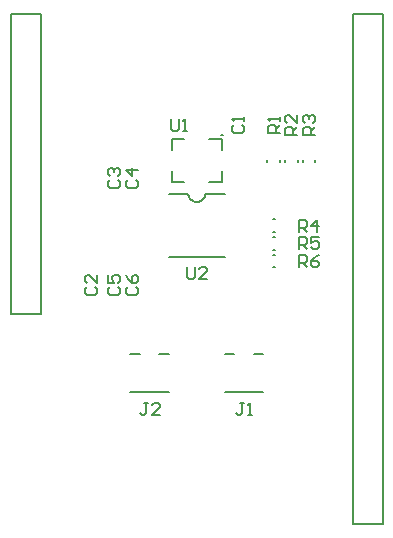
<source format=gto>
G04*
G04 #@! TF.GenerationSoftware,Altium Limited,Altium Designer,20.0.11 (256)*
G04*
G04 Layer_Color=65535*
%FSLAX25Y25*%
%MOIN*%
G70*
G01*
G75*
%ADD10C,0.00600*%
%ADD11C,0.00787*%
%ADD12C,0.00800*%
D10*
X71560Y130728D02*
X70960D01*
X71560D01*
X60142Y110944D02*
X60314Y109969D01*
X60809Y109112D01*
X61567Y108475D01*
X62497Y108137D01*
X63487D01*
X64417Y108475D01*
X65175Y109112D01*
X65670Y109969D01*
X65842Y110944D01*
X98294Y121708D02*
Y122386D01*
X102494Y121708D02*
Y122386D01*
X92388Y121708D02*
Y122386D01*
X96588Y121708D02*
Y122386D01*
X90683Y121708D02*
Y122386D01*
X86483Y121708D02*
Y122386D01*
X71260Y125591D02*
Y129134D01*
Y114961D02*
Y118504D01*
X54724Y125591D02*
Y129134D01*
Y114961D02*
Y118504D01*
X67126Y114961D02*
X71260D01*
X54724D02*
X58858D01*
X67126Y129134D02*
X71260D01*
X54724D02*
X58858D01*
X53642Y89844D02*
X72342D01*
X53642Y110944D02*
X60142D01*
X65842D02*
X72342D01*
X88244Y86483D02*
X88922D01*
X88244Y90683D02*
X88922D01*
X88244Y92388D02*
X88922D01*
X88244Y96588D02*
X88922D01*
X88244Y98294D02*
X88922D01*
X88244Y102494D02*
X88922D01*
X72335Y57587D02*
X75480D01*
X82000D02*
X85146D01*
X72335Y44776D02*
X85146D01*
X40839Y57587D02*
X43984D01*
X50504D02*
X53650D01*
X40839Y44776D02*
X53650D01*
D11*
X905Y78405D02*
Y170905D01*
Y70906D02*
Y78405D01*
Y70906D02*
X10905D01*
Y170905D01*
X905D02*
X10905D01*
X125079Y905D02*
Y163406D01*
Y170905D01*
X115079D02*
X125079D01*
X115079Y905D02*
Y170905D01*
Y905D02*
X125079D01*
D12*
X97062Y86583D02*
Y90582D01*
X99061D01*
X99727Y89916D01*
Y88583D01*
X99061Y87916D01*
X97062D01*
X98394D02*
X99727Y86583D01*
X103726Y90582D02*
X102393Y89916D01*
X101060Y88583D01*
Y87250D01*
X101727Y86583D01*
X103059D01*
X103726Y87250D01*
Y87916D01*
X103059Y88583D01*
X101060D01*
X97062Y92489D02*
Y96487D01*
X99061D01*
X99727Y95821D01*
Y94488D01*
X99061Y93822D01*
X97062D01*
X98394D02*
X99727Y92489D01*
X103726Y96487D02*
X101060D01*
Y94488D01*
X102393Y95155D01*
X103059D01*
X103726Y94488D01*
Y93155D01*
X103059Y92489D01*
X101727D01*
X101060Y93155D01*
X46578Y41369D02*
X45245D01*
X45911D01*
Y38037D01*
X45245Y37371D01*
X44578D01*
X43912Y38037D01*
X50576Y37371D02*
X47911D01*
X50576Y40036D01*
Y40703D01*
X49910Y41369D01*
X48577D01*
X47911Y40703D01*
X78740Y41369D02*
X77407D01*
X78074D01*
Y38037D01*
X77407Y37371D01*
X76741D01*
X76074Y38037D01*
X80073Y37371D02*
X81406D01*
X80739D01*
Y41369D01*
X80073Y40703D01*
X59660Y86645D02*
Y83313D01*
X60326Y82646D01*
X61659D01*
X62326Y83313D01*
Y86645D01*
X66324Y82646D02*
X63659D01*
X66324Y85312D01*
Y85979D01*
X65658Y86645D01*
X64325D01*
X63659Y85979D01*
X54421Y135858D02*
Y132525D01*
X55087Y131859D01*
X56420D01*
X57087Y132525D01*
Y135858D01*
X58420Y131859D02*
X59752D01*
X59086D01*
Y135858D01*
X58420Y135191D01*
X97062Y98394D02*
Y102393D01*
X99061D01*
X99727Y101727D01*
Y100394D01*
X99061Y99727D01*
X97062D01*
X98394D02*
X99727Y98394D01*
X103059D02*
Y102393D01*
X101060Y100394D01*
X103726D01*
X102393Y130526D02*
X98394D01*
Y132525D01*
X99061Y133192D01*
X100394D01*
X101060Y132525D01*
Y130526D01*
Y131859D02*
X102393Y133192D01*
X99061Y134525D02*
X98394Y135191D01*
Y136524D01*
X99061Y137190D01*
X99727D01*
X100394Y136524D01*
Y135858D01*
Y136524D01*
X101060Y137190D01*
X101727D01*
X102393Y136524D01*
Y135191D01*
X101727Y134525D01*
X96487Y130526D02*
X92489D01*
Y132525D01*
X93155Y133192D01*
X94488D01*
X95155Y132525D01*
Y130526D01*
Y131859D02*
X96487Y133192D01*
Y137190D02*
Y134525D01*
X93822Y137190D01*
X93155D01*
X92489Y136524D01*
Y135191D01*
X93155Y134525D01*
X90582Y131193D02*
X86583D01*
Y133192D01*
X87250Y133858D01*
X88583D01*
X89249Y133192D01*
Y131193D01*
Y132525D02*
X90582Y133858D01*
Y135191D02*
Y136524D01*
Y135858D01*
X86583D01*
X87250Y135191D01*
X40006Y80042D02*
X39339Y79376D01*
Y78043D01*
X40006Y77376D01*
X42671D01*
X43338Y78043D01*
Y79376D01*
X42671Y80042D01*
X39339Y84041D02*
X40006Y82708D01*
X41339Y81375D01*
X42671D01*
X43338Y82042D01*
Y83375D01*
X42671Y84041D01*
X42005D01*
X41339Y83375D01*
Y81375D01*
X34100Y80042D02*
X33434Y79376D01*
Y78043D01*
X34100Y77376D01*
X36766D01*
X37432Y78043D01*
Y79376D01*
X36766Y80042D01*
X33434Y84041D02*
Y81375D01*
X35433D01*
X34767Y82708D01*
Y83375D01*
X35433Y84041D01*
X36766D01*
X37432Y83375D01*
Y82042D01*
X36766Y81375D01*
X40006Y115475D02*
X39339Y114809D01*
Y113476D01*
X40006Y112810D01*
X42671D01*
X43338Y113476D01*
Y114809D01*
X42671Y115475D01*
X43338Y118807D02*
X39339D01*
X41339Y116808D01*
Y119474D01*
X34100Y115475D02*
X33434Y114809D01*
Y113476D01*
X34100Y112810D01*
X36766D01*
X37432Y113476D01*
Y114809D01*
X36766Y115475D01*
X34100Y116808D02*
X33434Y117475D01*
Y118807D01*
X34100Y119474D01*
X34767D01*
X35433Y118807D01*
Y118141D01*
Y118807D01*
X36099Y119474D01*
X36766D01*
X37432Y118807D01*
Y117475D01*
X36766Y116808D01*
X26226Y80042D02*
X25560Y79376D01*
Y78043D01*
X26226Y77376D01*
X28892D01*
X29558Y78043D01*
Y79376D01*
X28892Y80042D01*
X29558Y84041D02*
Y81375D01*
X26893Y84041D01*
X26226D01*
X25560Y83375D01*
Y82042D01*
X26226Y81375D01*
X75439Y133858D02*
X74772Y133192D01*
Y131859D01*
X75439Y131193D01*
X78105D01*
X78771Y131859D01*
Y133192D01*
X78105Y133858D01*
X78771Y135191D02*
Y136524D01*
Y135858D01*
X74772D01*
X75439Y135191D01*
M02*

</source>
